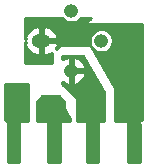
<source format=gbl>
G04 #@! TF.GenerationSoftware,KiCad,Pcbnew,5.0.2+dfsg1-1~bpo9+1*
G04 #@! TF.CreationDate,2019-08-23T02:39:36-04:00*
G04 #@! TF.ProjectId,gassensorholder,67617373-656e-4736-9f72-686f6c646572,rev?*
G04 #@! TF.SameCoordinates,Original*
G04 #@! TF.FileFunction,Copper,L2,Bot*
G04 #@! TF.FilePolarity,Positive*
%FSLAX46Y46*%
G04 Gerber Fmt 4.6, Leading zero omitted, Abs format (unit mm)*
G04 Created by KiCad (PCBNEW 5.0.2+dfsg1-1~bpo9+1) date Fri 23 Aug 2019 02:39:36 AM EDT*
%MOMM*%
%LPD*%
G01*
G04 APERTURE LIST*
G04 #@! TA.AperFunction,ComponentPad*
%ADD10O,1.600000X1.200000*%
G04 #@! TD*
G04 #@! TA.AperFunction,ComponentPad*
%ADD11O,1.200000X1.200000*%
G04 #@! TD*
G04 #@! TA.AperFunction,ViaPad*
%ADD12C,0.685800*%
G04 #@! TD*
G04 #@! TA.AperFunction,Conductor*
%ADD13C,0.254000*%
G04 #@! TD*
G04 APERTURE END LIST*
D10*
G04 #@! TO.P,P1,1*
G04 #@! TO.N,/VSenseOUT*
X113284000Y-68072000D03*
D11*
G04 #@! TO.P,P1,2*
G04 #@! TO.N,GND*
X115824000Y-70612000D03*
G04 #@! TO.P,P1,3*
G04 #@! TO.N,+5V*
X118364000Y-68072000D03*
G04 #@! TO.P,P1,4*
G04 #@! TO.N,/VOut+*
X115824000Y-65532000D03*
G04 #@! TD*
D12*
G04 #@! TO.N,GND*
X116840000Y-74168000D03*
X116840000Y-73152000D03*
G04 #@! TO.N,/VOut+*
X110744000Y-73152000D03*
X111760000Y-73152000D03*
X110744000Y-74168000D03*
X111760000Y-74168000D03*
G04 #@! TO.N,+5V*
X113792000Y-73152000D03*
X114808000Y-73152000D03*
X113792000Y-74168000D03*
X114808000Y-74168000D03*
G04 #@! TO.N,GND*
X117856000Y-74168000D03*
X117856000Y-73152000D03*
G04 #@! TO.N,/VSenseOUT*
X120396000Y-73152000D03*
X120396000Y-74168000D03*
X121412000Y-74168000D03*
X121412000Y-73152000D03*
G04 #@! TD*
D13*
G04 #@! TO.N,/VSenseOUT*
G36*
X121796801Y-74796800D02*
X121729992Y-74796800D01*
X121670716Y-74808591D01*
X121603502Y-74853502D01*
X121558591Y-74920716D01*
X121542820Y-75000000D01*
X121558591Y-75079284D01*
X121603502Y-75146498D01*
X121618000Y-75156185D01*
X121618001Y-77486996D01*
X121618000Y-77487001D01*
X121618001Y-78368000D01*
X120632000Y-78368000D01*
X120632000Y-75013000D01*
X120634586Y-75000000D01*
X120624341Y-74948496D01*
X120595167Y-74904833D01*
X120551504Y-74875659D01*
X120513000Y-74868000D01*
X120500000Y-74865414D01*
X120487000Y-74868000D01*
X119507000Y-74868000D01*
X119507000Y-72136000D01*
X119490267Y-72072990D01*
X117458267Y-68516990D01*
X117425761Y-68479589D01*
X117381416Y-68457475D01*
X117348000Y-68453000D01*
X114808000Y-68453000D01*
X114759399Y-68462667D01*
X114718197Y-68490197D01*
X114551208Y-68657186D01*
X114671474Y-68432161D01*
X114677462Y-68389609D01*
X114552731Y-68199000D01*
X113411000Y-68199000D01*
X113411000Y-68219000D01*
X113157000Y-68219000D01*
X113157000Y-68199000D01*
X113137000Y-68199000D01*
X113137000Y-68072000D01*
X117363782Y-68072000D01*
X117439919Y-68454767D01*
X117656739Y-68779261D01*
X117981233Y-68996081D01*
X118267384Y-69053000D01*
X118460616Y-69053000D01*
X118746767Y-68996081D01*
X119071261Y-68779261D01*
X119288081Y-68454767D01*
X119364218Y-68072000D01*
X119288081Y-67689233D01*
X119071261Y-67364739D01*
X118746767Y-67147919D01*
X118460616Y-67091000D01*
X118267384Y-67091000D01*
X117981233Y-67147919D01*
X117656739Y-67364739D01*
X117439919Y-67689233D01*
X117363782Y-68072000D01*
X113137000Y-68072000D01*
X113137000Y-67945000D01*
X113157000Y-67945000D01*
X113157000Y-67925000D01*
X113411000Y-67925000D01*
X113411000Y-67945000D01*
X114552731Y-67945000D01*
X114677462Y-67754391D01*
X114671474Y-67711839D01*
X114443255Y-67284828D01*
X114075451Y-66982953D01*
X116847032Y-66675000D01*
X121796800Y-66675000D01*
X121796801Y-74796800D01*
X121796801Y-74796800D01*
G37*
X121796801Y-74796800D02*
X121729992Y-74796800D01*
X121670716Y-74808591D01*
X121603502Y-74853502D01*
X121558591Y-74920716D01*
X121542820Y-75000000D01*
X121558591Y-75079284D01*
X121603502Y-75146498D01*
X121618000Y-75156185D01*
X121618001Y-77486996D01*
X121618000Y-77487001D01*
X121618001Y-78368000D01*
X120632000Y-78368000D01*
X120632000Y-75013000D01*
X120634586Y-75000000D01*
X120624341Y-74948496D01*
X120595167Y-74904833D01*
X120551504Y-74875659D01*
X120513000Y-74868000D01*
X120500000Y-74865414D01*
X120487000Y-74868000D01*
X119507000Y-74868000D01*
X119507000Y-72136000D01*
X119490267Y-72072990D01*
X117458267Y-68516990D01*
X117425761Y-68479589D01*
X117381416Y-68457475D01*
X117348000Y-68453000D01*
X114808000Y-68453000D01*
X114759399Y-68462667D01*
X114718197Y-68490197D01*
X114551208Y-68657186D01*
X114671474Y-68432161D01*
X114677462Y-68389609D01*
X114552731Y-68199000D01*
X113411000Y-68199000D01*
X113411000Y-68219000D01*
X113157000Y-68219000D01*
X113157000Y-68199000D01*
X113137000Y-68199000D01*
X113137000Y-68072000D01*
X117363782Y-68072000D01*
X117439919Y-68454767D01*
X117656739Y-68779261D01*
X117981233Y-68996081D01*
X118267384Y-69053000D01*
X118460616Y-69053000D01*
X118746767Y-68996081D01*
X119071261Y-68779261D01*
X119288081Y-68454767D01*
X119364218Y-68072000D01*
X119288081Y-67689233D01*
X119071261Y-67364739D01*
X118746767Y-67147919D01*
X118460616Y-67091000D01*
X118267384Y-67091000D01*
X117981233Y-67147919D01*
X117656739Y-67364739D01*
X117439919Y-67689233D01*
X117363782Y-68072000D01*
X113137000Y-68072000D01*
X113137000Y-67945000D01*
X113157000Y-67945000D01*
X113157000Y-67925000D01*
X113411000Y-67925000D01*
X113411000Y-67945000D01*
X114552731Y-67945000D01*
X114677462Y-67754391D01*
X114671474Y-67711839D01*
X114443255Y-67284828D01*
X114075451Y-66982953D01*
X116847032Y-66675000D01*
X121796800Y-66675000D01*
X121796801Y-74796800D01*
G36*
X115116739Y-66239261D02*
X115441233Y-66456081D01*
X115727384Y-66513000D01*
X115920616Y-66513000D01*
X116206767Y-66456081D01*
X116531261Y-66239261D01*
X116579544Y-66167000D01*
X117512685Y-66167000D01*
X114503646Y-68746176D01*
X114671474Y-68432161D01*
X114677462Y-68389609D01*
X114552731Y-68199000D01*
X113411000Y-68199000D01*
X113411000Y-69151991D01*
X113605681Y-69306910D01*
X114068998Y-69166343D01*
X114175088Y-69079270D01*
X114173000Y-69088000D01*
X114173000Y-69977000D01*
X111887000Y-69977000D01*
X111887000Y-68199002D01*
X112015268Y-68199002D01*
X111890538Y-68389609D01*
X111896526Y-68432161D01*
X112124745Y-68859172D01*
X112499002Y-69166343D01*
X112962319Y-69306910D01*
X113157000Y-69151991D01*
X113157000Y-68199000D01*
X113137000Y-68199000D01*
X113137000Y-67945000D01*
X113157000Y-67945000D01*
X113157000Y-66992009D01*
X113411000Y-66992009D01*
X113411000Y-67945000D01*
X114552731Y-67945000D01*
X114677462Y-67754391D01*
X114671474Y-67711839D01*
X114443255Y-67284828D01*
X114068998Y-66977657D01*
X113605681Y-66837090D01*
X113411000Y-66992009D01*
X113157000Y-66992009D01*
X112962319Y-66837090D01*
X112499002Y-66977657D01*
X112124745Y-67284828D01*
X111896526Y-67711839D01*
X111890538Y-67754391D01*
X112015268Y-67944998D01*
X111887000Y-67944998D01*
X111887000Y-66167000D01*
X115068456Y-66167000D01*
X115116739Y-66239261D01*
X115116739Y-66239261D01*
G37*
X115116739Y-66239261D02*
X115441233Y-66456081D01*
X115727384Y-66513000D01*
X115920616Y-66513000D01*
X116206767Y-66456081D01*
X116531261Y-66239261D01*
X116579544Y-66167000D01*
X117512685Y-66167000D01*
X114503646Y-68746176D01*
X114671474Y-68432161D01*
X114677462Y-68389609D01*
X114552731Y-68199000D01*
X113411000Y-68199000D01*
X113411000Y-69151991D01*
X113605681Y-69306910D01*
X114068998Y-69166343D01*
X114175088Y-69079270D01*
X114173000Y-69088000D01*
X114173000Y-69977000D01*
X111887000Y-69977000D01*
X111887000Y-68199002D01*
X112015268Y-68199002D01*
X111890538Y-68389609D01*
X111896526Y-68432161D01*
X112124745Y-68859172D01*
X112499002Y-69166343D01*
X112962319Y-69306910D01*
X113157000Y-69151991D01*
X113157000Y-68199000D01*
X113137000Y-68199000D01*
X113137000Y-67945000D01*
X113157000Y-67945000D01*
X113157000Y-66992009D01*
X113411000Y-66992009D01*
X113411000Y-67945000D01*
X114552731Y-67945000D01*
X114677462Y-67754391D01*
X114671474Y-67711839D01*
X114443255Y-67284828D01*
X114068998Y-66977657D01*
X113605681Y-66837090D01*
X113411000Y-66992009D01*
X113157000Y-66992009D01*
X112962319Y-66837090D01*
X112499002Y-66977657D01*
X112124745Y-67284828D01*
X111896526Y-67711839D01*
X111890538Y-67754391D01*
X112015268Y-67944998D01*
X111887000Y-67944998D01*
X111887000Y-66167000D01*
X115068456Y-66167000D01*
X115116739Y-66239261D01*
G04 #@! TO.N,/VOut+*
G36*
X112141000Y-74868000D02*
X111513000Y-74868000D01*
X111500000Y-74865414D01*
X111487000Y-74868000D01*
X111448496Y-74875659D01*
X111404833Y-74904833D01*
X111375659Y-74948496D01*
X111365414Y-75000000D01*
X111368001Y-75013005D01*
X111368000Y-78296800D01*
X110453200Y-78296800D01*
X110453200Y-75020008D01*
X110457180Y-75000000D01*
X110441409Y-74920716D01*
X110396498Y-74853502D01*
X110329284Y-74808591D01*
X110270008Y-74796800D01*
X110250000Y-74792820D01*
X110229992Y-74796800D01*
X110203200Y-74796800D01*
X110203200Y-71755000D01*
X112141000Y-71755000D01*
X112141000Y-74868000D01*
X112141000Y-74868000D01*
G37*
X112141000Y-74868000D02*
X111513000Y-74868000D01*
X111500000Y-74865414D01*
X111487000Y-74868000D01*
X111448496Y-74875659D01*
X111404833Y-74904833D01*
X111375659Y-74948496D01*
X111365414Y-75000000D01*
X111368001Y-75013005D01*
X111368000Y-78296800D01*
X110453200Y-78296800D01*
X110453200Y-75020008D01*
X110457180Y-75000000D01*
X110441409Y-74920716D01*
X110396498Y-74853502D01*
X110329284Y-74808591D01*
X110270008Y-74796800D01*
X110250000Y-74792820D01*
X110229992Y-74796800D01*
X110203200Y-74796800D01*
X110203200Y-71755000D01*
X112141000Y-71755000D01*
X112141000Y-74868000D01*
G04 #@! TO.N,+5V*
G36*
X115189000Y-73204606D02*
X115189000Y-73660000D01*
X115202408Y-73716796D01*
X115697000Y-74705980D01*
X115697000Y-74868000D01*
X115013000Y-74868000D01*
X115000000Y-74865414D01*
X114987000Y-74868000D01*
X114948496Y-74875659D01*
X114904833Y-74904833D01*
X114875659Y-74948496D01*
X114865414Y-75000000D01*
X114868001Y-75013005D01*
X114868000Y-78296800D01*
X113882000Y-78296800D01*
X113882000Y-75013000D01*
X113884586Y-75000000D01*
X113874341Y-74948496D01*
X113845167Y-74904833D01*
X113801504Y-74875659D01*
X113763000Y-74868000D01*
X113750000Y-74865414D01*
X113737000Y-74868000D01*
X112903000Y-74868000D01*
X112903000Y-73204606D01*
X113336606Y-72771000D01*
X114755394Y-72771000D01*
X115189000Y-73204606D01*
X115189000Y-73204606D01*
G37*
X115189000Y-73204606D02*
X115189000Y-73660000D01*
X115202408Y-73716796D01*
X115697000Y-74705980D01*
X115697000Y-74868000D01*
X115013000Y-74868000D01*
X115000000Y-74865414D01*
X114987000Y-74868000D01*
X114948496Y-74875659D01*
X114904833Y-74904833D01*
X114875659Y-74948496D01*
X114865414Y-75000000D01*
X114868001Y-75013005D01*
X114868000Y-78296800D01*
X113882000Y-78296800D01*
X113882000Y-75013000D01*
X113884586Y-75000000D01*
X113874341Y-74948496D01*
X113845167Y-74904833D01*
X113801504Y-74875659D01*
X113763000Y-74868000D01*
X113750000Y-74865414D01*
X113737000Y-74868000D01*
X112903000Y-74868000D01*
X112903000Y-73204606D01*
X113336606Y-72771000D01*
X114755394Y-72771000D01*
X115189000Y-73204606D01*
G04 #@! TO.N,GND*
G36*
X118618000Y-72425178D02*
X118618000Y-74868000D01*
X118263000Y-74868000D01*
X118250000Y-74865414D01*
X118237000Y-74868000D01*
X118198496Y-74875659D01*
X118154833Y-74904833D01*
X118125659Y-74948496D01*
X118115414Y-75000000D01*
X118118001Y-75013005D01*
X118118000Y-78368000D01*
X117132000Y-78368000D01*
X117132000Y-75013000D01*
X117134586Y-75000000D01*
X117124341Y-74948496D01*
X117095167Y-74904833D01*
X117051504Y-74875659D01*
X117013000Y-74868000D01*
X117000000Y-74865414D01*
X116987000Y-74868000D01*
X116332000Y-74868000D01*
X116332000Y-73025000D01*
X116322333Y-72976399D01*
X116294803Y-72935197D01*
X115062000Y-71702394D01*
X115062000Y-71579621D01*
X115073844Y-71593080D01*
X115506389Y-71805472D01*
X115697000Y-71681714D01*
X115697000Y-70739000D01*
X115951000Y-70739000D01*
X115951000Y-71681714D01*
X116141611Y-71805472D01*
X116574156Y-71593080D01*
X116892497Y-71231327D01*
X117017462Y-70929609D01*
X116892731Y-70739000D01*
X115951000Y-70739000D01*
X115697000Y-70739000D01*
X115677000Y-70739000D01*
X115677000Y-70485000D01*
X115697000Y-70485000D01*
X115697000Y-69542286D01*
X115951000Y-69542286D01*
X115951000Y-70485000D01*
X116892731Y-70485000D01*
X117017462Y-70294391D01*
X116892497Y-69992673D01*
X116574156Y-69630920D01*
X116141611Y-69418528D01*
X115951000Y-69542286D01*
X115697000Y-69542286D01*
X115506389Y-69418528D01*
X115073844Y-69630920D01*
X115062000Y-69644379D01*
X115062000Y-69342000D01*
X116768093Y-69342000D01*
X118618000Y-72425178D01*
X118618000Y-72425178D01*
G37*
X118618000Y-72425178D02*
X118618000Y-74868000D01*
X118263000Y-74868000D01*
X118250000Y-74865414D01*
X118237000Y-74868000D01*
X118198496Y-74875659D01*
X118154833Y-74904833D01*
X118125659Y-74948496D01*
X118115414Y-75000000D01*
X118118001Y-75013005D01*
X118118000Y-78368000D01*
X117132000Y-78368000D01*
X117132000Y-75013000D01*
X117134586Y-75000000D01*
X117124341Y-74948496D01*
X117095167Y-74904833D01*
X117051504Y-74875659D01*
X117013000Y-74868000D01*
X117000000Y-74865414D01*
X116987000Y-74868000D01*
X116332000Y-74868000D01*
X116332000Y-73025000D01*
X116322333Y-72976399D01*
X116294803Y-72935197D01*
X115062000Y-71702394D01*
X115062000Y-71579621D01*
X115073844Y-71593080D01*
X115506389Y-71805472D01*
X115697000Y-71681714D01*
X115697000Y-70739000D01*
X115951000Y-70739000D01*
X115951000Y-71681714D01*
X116141611Y-71805472D01*
X116574156Y-71593080D01*
X116892497Y-71231327D01*
X117017462Y-70929609D01*
X116892731Y-70739000D01*
X115951000Y-70739000D01*
X115697000Y-70739000D01*
X115677000Y-70739000D01*
X115677000Y-70485000D01*
X115697000Y-70485000D01*
X115697000Y-69542286D01*
X115951000Y-69542286D01*
X115951000Y-70485000D01*
X116892731Y-70485000D01*
X117017462Y-70294391D01*
X116892497Y-69992673D01*
X116574156Y-69630920D01*
X116141611Y-69418528D01*
X115951000Y-69542286D01*
X115697000Y-69542286D01*
X115506389Y-69418528D01*
X115073844Y-69630920D01*
X115062000Y-69644379D01*
X115062000Y-69342000D01*
X116768093Y-69342000D01*
X118618000Y-72425178D01*
G04 #@! TD*
M02*

</source>
